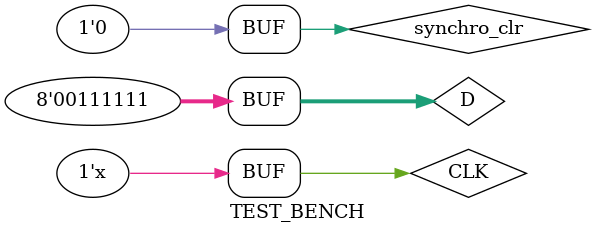
<source format=v>
`timescale 1ns / 1ps


module TEST_BENCH;

	// Inputs
	reg [7:0] D;
	reg CLK;
	reg synchro_clr;

	// Outputs
	wire [7:0] Q;

	// Instantiate the Unit Under Test (UUT)
	Dff_8bit_synchroclr uut (
		.D(D), 
		.CLK(CLK), 
		.synchro_clr(synchro_clr), 
		.Q(Q)
	);

	initial begin
		// Initialize Inputs
		D = 0;
		CLK = 0;
		synchro_clr = 0;

		// Wait 100 ns for global reset to finish
		#100;
		D=8'd1;
		synchro_clr=0;
		
		#100
		D=8'd10;
		synchro_clr=1;
		
		#100
		D=8'd12;
		synchro_clr=0;
		
		#100
		D=8'd16;
		synchro_clr=1;
       
		#50
		D=8'd32;
		synchro_clr=0;
		
		#50
		D=8'd63;
		synchro_clr=0;
		
		#50
		D=8'd32;
		synchro_clr=1;
		
		#50
		D=8'd63;
		synchro_clr=0;

	end
   always #50CLK=~CLK;
endmodule


</source>
